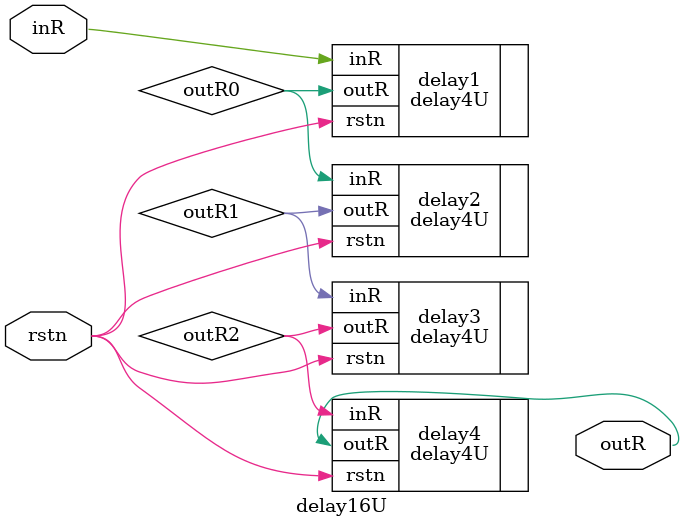
<source format=v>
`timescale 1ns / 1ps

module delay16U(inR, outR, rstn);
input inR, rstn;
output outR;

wire outR0,outR1,outR2;


delay4U delay1(.inR(inR), .outR(outR0), .rstn(rstn));
delay4U delay2(.inR(outR0), .outR(outR1), .rstn(rstn));
delay4U delay3(.inR(outR1), .outR(outR2), .rstn(rstn));
delay4U delay4(.inR(outR2), .outR(outR), .rstn(rstn));
endmodule


</source>
